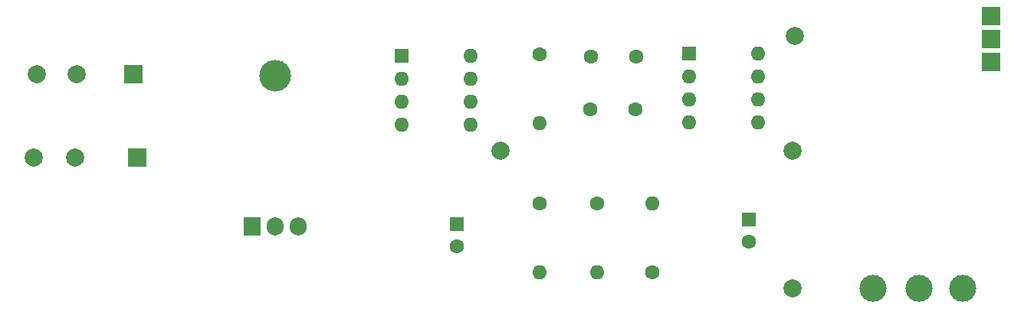
<source format=gbr>
%TF.GenerationSoftware,KiCad,Pcbnew,7.0.8*%
%TF.CreationDate,2023-11-07T16:25:51+01:00*%
%TF.ProjectId,Servotester,53657276-6f74-4657-9374-65722e6b6963,rev?*%
%TF.SameCoordinates,Original*%
%TF.FileFunction,Soldermask,Top*%
%TF.FilePolarity,Negative*%
%FSLAX46Y46*%
G04 Gerber Fmt 4.6, Leading zero omitted, Abs format (unit mm)*
G04 Created by KiCad (PCBNEW 7.0.8) date 2023-11-07 16:25:51*
%MOMM*%
%LPD*%
G01*
G04 APERTURE LIST*
%ADD10C,1.600000*%
%ADD11O,1.600000X1.600000*%
%ADD12R,1.600000X1.600000*%
%ADD13R,2.000000X2.000000*%
%ADD14O,3.500000X3.500000*%
%ADD15R,1.905000X2.000000*%
%ADD16O,1.905000X2.000000*%
%ADD17C,2.000000*%
%ADD18C,3.000000*%
G04 APERTURE END LIST*
D10*
%TO.C,10n*%
X95758000Y-87884000D03*
X90758000Y-87884000D03*
%TD*%
%TO.C,10k*%
X85090000Y-87630000D03*
D11*
X85090000Y-95250000D03*
%TD*%
D10*
%TO.C,33K*%
X85090000Y-104140000D03*
D11*
X85090000Y-111760000D03*
%TD*%
D10*
%TO.C,100K*%
X91440000Y-104140000D03*
D11*
X91440000Y-111760000D03*
%TD*%
D10*
%TO.C,1K*%
X97536000Y-111760000D03*
D11*
X97536000Y-104140000D03*
%TD*%
D12*
%TO.C,NE555*%
X69850000Y-87807800D03*
D11*
X69850000Y-90347800D03*
X69850000Y-92887800D03*
X69850000Y-95427800D03*
X77470000Y-95427800D03*
X77470000Y-92887800D03*
X77470000Y-90347800D03*
X77470000Y-87807800D03*
%TD*%
D12*
%TO.C,NE555*%
X101600000Y-87553800D03*
D11*
X101600000Y-90093800D03*
X101600000Y-92633800D03*
X101600000Y-95173800D03*
X109220000Y-95173800D03*
X109220000Y-92633800D03*
X109220000Y-90093800D03*
X109220000Y-87553800D03*
%TD*%
D13*
%TO.C,VCC*%
X134924800Y-83413600D03*
%TD*%
%TO.C,Q*%
X134924800Y-85953600D03*
%TD*%
%TO.C,GND*%
X40640000Y-99060000D03*
%TD*%
D14*
%TO.C,7805*%
X55880000Y-90020000D03*
D15*
X53340000Y-106680000D03*
D16*
X55880000Y-106680000D03*
X58420000Y-106680000D03*
%TD*%
D13*
%TO.C,9V*%
X40170100Y-89865200D03*
%TD*%
D17*
%TO.C, *%
X29540200Y-89827100D03*
%TD*%
%TO.C, *%
X33743900Y-99060000D03*
%TD*%
D13*
%TO.C,GND*%
X134924800Y-88493600D03*
%TD*%
D12*
%TO.C,1uF*%
X75946000Y-106426000D03*
D10*
X75946000Y-108926000D03*
%TD*%
%TO.C,100n*%
X90678000Y-93726000D03*
X95678000Y-93726000D03*
%TD*%
D12*
%TO.C,100uF*%
X108204000Y-105918000D03*
D10*
X108204000Y-108418000D03*
%TD*%
D17*
%TO.C,LP*%
X80772000Y-98298000D03*
%TD*%
%TO.C,LP*%
X113030000Y-98298000D03*
%TD*%
%TO.C,LP*%
X113284000Y-85598000D03*
%TD*%
D18*
%TO.C,20K lin*%
X121920000Y-113538000D03*
%TD*%
%TO.C,LP*%
X131826000Y-113538000D03*
%TD*%
D17*
%TO.C,LP*%
X113030000Y-113538000D03*
%TD*%
D18*
%TO.C,LP*%
X127000000Y-113538000D03*
%TD*%
D17*
%TO.C, *%
X33921700Y-89877900D03*
%TD*%
%TO.C, *%
X29171900Y-99060000D03*
%TD*%
M02*

</source>
